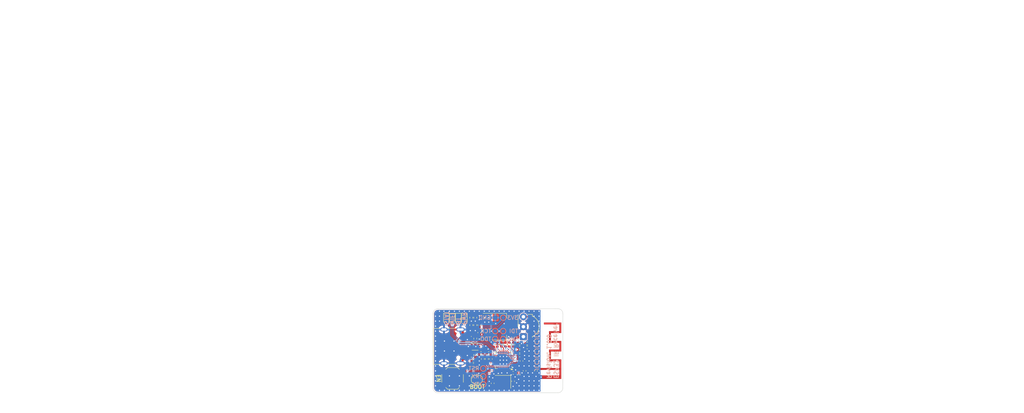
<source format=kicad_pcb>
(kicad_pcb (version 20240108) (generator "pcbnew") (generator_version "8.0")
  (title_block (title "ESP32 IR Receiver") (date "2024-04-19") (rev "1.0.0") (company "William Vallet") (comment 1 "MIT License"))
  (layers (0 "F.Cu" signal) (1 "In1.Cu" power) (2 "In2.Cu" power) (31 "B.Cu" signal) (34 "B.Paste" user) (35 "F.Paste" user) (36 "B.SilkS" user "B.Silkscreen") (37 "F.SilkS" user "F.Silkscreen") (38 "B.Mask" user) (39 "F.Mask" user) (44 "Edge.Cuts" user))
  (net 0 "")
  (net 1 "GND")
  (net 2 "Net-(U101-Vs)")
  (net 3 "VBUS")
  (net 4 "+3V3")
  (net 5 "Net-(D101-K)")
  (net 6 "Net-(D102-K)")
  (net 7 "Net-(D103-K)")
  (net 8 "Net-(D104-K)")
  (net 9 "/USB_IN_CC1")
  (net 10 "/USB_IN_CC2")
  (net 11 "/USB_IN_DP")
  (net 12 "/USB_IN_DN")
  (net 15 "Net-(AE101-FEED)")
  (net 16 "Net-(C105-Pad2)")
  (net 17 "/XTAL_P")
  (net 18 "/XTAL_N")
  (net 19 "/LNA_IN")
  (net 20 "/BOOT")
  (net 21 "/STATUS_WIFI")
  (net 22 "/STATUS_BLE")
  (net 23 "/STATUS")
  (net 24 "Net-(U105-GPIO2{slash}ADC1_CH2)")
  (net 25 "Net-(U105-GPIO8)")
  (net 26 "/TMS")
  (net 27 "/TDI")
  (net 28 "/TCK")
  (net 29 "/TDO")
  (net 30 "/IR_RX")
  (net 31 "/USB_DN")
  (net 32 "/USB_DP")
  (net 33 "/TX")
  (net 34 "/RX")
  (net 35 "/EN")
  (footprint "LED_SMD:LED_0603_1608Metric" (layer "F.Cu") (at 133.059357 97.025999 -90)
    (property "Reference" "D102" (hide yes))
    (property "Value" "Green" (hide yes))
  )
  (footprint "Package_TO_SOT_SMD:SOT-223" (layer "F.Cu") (at 144.981001 98.944999)
    (property "Reference" "U104" (hide yes))
    (property "Value" "AMS1117-3.3" (hide yes))
  )
  (footprint "LED_SMD:LED_0603_1608Metric" (layer "F.Cu") (at 136.116001 97.025999 -90)
    (property "Reference" "D101" (hide yes))
    (property "Value" "Red" (hide yes))
  )
  (footprint "Jumper:SolderJumper-2_P1.3mm_Open_RoundedPad1.0x1.5mm" (layer "F.Cu") (at 139.291001 112.392999 180)
    (property "Reference" "JP101" (hide yes))
    (property "Value" "SolderJumper_2_Open" (hide yes))
  )
  (footprint "Capacitor_SMD:C_0402_1005Metric" (layer "F.Cu") (at 149.959001 111.221999 90)
    (property "Reference" "C107" (hide yes))
    (property "Value" "1u" (hide yes))
  )
  (footprint "Capacitor_SMD:C_0402_1005Metric" (layer "F.Cu") (at 150.703003 107.691999 -90)
    (property "Reference" "C105" (hide yes))
    (property "Value" "100n" (hide yes))
  )
  (footprint "RF_Antenna:Texas_SWRA117D_2.4GHz_Left" (layer "F.Cu") (at 155.702 109.728 -90)
    (property "Reference" "AE101" (hide yes))
    (property "Value" "Antenna_Chip" (hide yes))
  )
  (footprint "Capacitor_SMD:C_0402_1005Metric" (layer "F.Cu") (at 143.340505 113.397999 90)
    (property "Reference" "C113" (hide yes))
    (property "Value" "12p" (hide yes))
  )
  (footprint "Capacitor_SMD:C_0402_1005Metric" (layer "F.Cu") (at 142.339001 105.661999 180)
    (property "Reference" "C121" (hide yes))
    (property "Value" "~" (hide yes))
  )
  (footprint "Resistor_SMD:R_0402_1005Metric" (layer "F.Cu") (at 144.536001 103.502999 -90)
    (property "Reference" "R108" (hide yes))
    (property "Value" "10k" (hide yes))
  )
  (footprint "LED_SMD:LED_0603_1608Metric" (layer "F.Cu") (at 134.592001 97.025999 -90)
    (property "Reference" "D103" (hide yes))
    (property "Value" "Green" (hide yes))
  )
  (footprint "OptoDevice:Vishay_MOLD-3Pin" (layer "F.Cu") (at 151.184001 101.494024 90)
    (property "Reference" "U101" (hide yes))
    (property "Value" "TSOP348xx" (hide yes))
  )
  (footprint "Crystal:Crystal_SMD_3225-4Pin_3.2x2.5mm" (layer "F.Cu") (at 145.964505 113.027999 180)
    (property "Reference" "Y101" (hide yes))
    (property "Value" "40MHz" (hide yes))
  )
  (footprint "Capacitor_SMD:C_0402_1005Metric" (layer "F.Cu") (at 148.547505 112.870999 -90)
    (property "Reference" "C112" (hide yes))
    (property "Value" "12p" (hide yes))
  )
  (footprint "Capacitor_SMD:C_0402_1005Metric" (layer "F.Cu") (at 150.223002 105.279)
    (property "Reference" "C103" (hide yes))
    (property "Value" "10u" (hide yes))
  )
  (footprint "Capacitor_SMD:C_0402_1005Metric" (layer "F.Cu") (at 138.430001 108.695999)
    (property "Reference" "C118" (hide yes))
    (property "Value" "100n" (hide yes))
  )
  (footprint "Capacitor_SMD:C_0402_1005Metric" (layer "F.Cu") (at 148.562001 110.741999)
    (property "Reference" "C106" (hide yes))
    (property "Value" "10n" (hide yes))
  )
  (footprint "Capacitor_SMD:C_0402_1005Metric" (layer "F.Cu") (at 150.223002 103.247)
    (property "Reference" "C101" (hide yes))
    (property "Value" "10u" (hide yes))
  )
  (footprint "LED_SMD:LED_0603_1608Metric" (layer "F.Cu") (at 131.544001 97.025999 -90)
    (property "Reference" "D104" (hide yes))
    (property "Value" "Green" (hide yes))
  )
  (footprint "Package_SON:Texas_DPY0002A_0.6x1mm_P0.65mm" (layer "F.Cu") (at 137.894001 105.915999 90)
    (property "Reference" "D106" (hide yes))
    (property "Value" "TPD1E05U06" (hide yes))
  )
  (footprint "Capacitor_SMD:C_0402_1005Metric" (layer "F.Cu") (at 140.363001 105.661999)
    (property "Reference" "C120" (hide yes))
    (property "Value" "~" (hide yes))
  )
  (footprint "Capacitor_SMD:C_0402_1005Metric" (layer "F.Cu") (at 151.483001 110.203999 -90)
    (property "Reference" "C114" (hide yes))
    (property "Value" "1.8p" (hide yes))
  )
  (footprint "Resistor_SMD:R_0402_1005Metric" (layer "F.Cu") (at 138.910001 101.978999 -90)
    (property "Reference" "R109" (hide yes))
    (property "Value" "5.1k" (hide yes))
  )
  (footprint "Capacitor_SMD:C_0402_1005Metric" (layer "F.Cu") (at 150.223003 106.294999 180)
    (property "Reference" "C104" (hide yes))
    (property "Value" "100n" (hide yes))
  )
  (footprint "Capacitor_SMD:C_0402_1005Metric" (layer "F.Cu") (at 145.552001 103.502999 -90)
    (property "Reference" "C109" (hide yes))
    (property "Value" "100n" (hide yes))
  )
  (footprint "Button_Switch_SMD:SW_Push_1P1T_XKB_TS-1187A" (layer "F.Cu") (at 133.116001 112.138999)
    (property "Reference" "SW101" (hide yes))
    (property "Value" "TS-1187A-B-A-B" (hide yes))
  )
  (footprint "Capacitor_SMD:C_0402_1005Metric" (layer "F.Cu") (at 139.926001 98.543024 90)
    (property "Reference" "C117" (hide yes))
    (property "Value" "10u" (hide yes))
  )
  (footprint "Capacitor_SMD:C_0402_1005Metric" (layer "F.Cu") (at 146.568001 103.502999 -90)
    (property "Reference" "C111" (hide yes))
    (property "Value" "1u" (hide yes))
  )
  (footprint "Capacitor_SMD:C_0402_1005Metric" (layer "F.Cu") (at 150.223003 104.262999 180)
    (property "Reference" "C102" (hide yes))
    (property "Value" "100n" (hide yes))
  )
  (footprint "Inductor_SMD:L_0402_1005Metric" (layer "F.Cu") (at 152.919842 109.723999)
    (property "Reference" "L102" (hide yes))
    (property "Value" "2.5n" (hide yes))
  )
  (footprint "Resistor_SMD:R_0402_1005Metric" (layer "F.Cu") (at 138.910001 106.155999 90)
    (property "Reference" "R110" (hide yes))
    (property "Value" "5.1k" (hide yes))
  )
  (footprint "Package_TO_SOT_SMD:SOT-666" (layer "F.Cu") (at 138.861974 104.040499)
    (property "Reference" "U103" (hide yes))
    (property "Value" "USBLC6-2P6" (hide yes))
  )
  (footprint "Resistor_SMD:R_0402_1005Metric" (layer "F.Cu") (at 141.859001 107.186 -90)
    (property "Reference" "R112" (hide yes))
    (property "Value" "0" (hide yes))
  )
  (footprint "Resistor_SMD:R_0402_1005Metric" (layer "F.Cu") (at 137.894001 96.643 90)
    (property "Reference" "R101" (hide yes))
    (property "Value" "200" (hide yes))
  )
  (footprint "Resistor_SMD:R_0402_1005Metric" (layer "F.Cu") (at 137.894001 98.549999 -90)
    (property "Reference" "R104" (hide yes))
    (property "Value" "22" (hide yes))
  )
  (footprint "Resistor_SMD:R_0402_1005Metric" (layer "F.Cu") (at 138.910001 98.549999 -90)
    (property "Reference" "R102" (hide yes))
    (property "Value" "22" (hide yes))
  )
  (footprint "Package_SON:Texas_DPY0002A_0.6x1mm_P0.65mm" (layer "F.Cu") (at 137.886974 102.232999 -90)
    (property "Reference" "D105" (hide yes))
    (property "Value" "TPD1E05U06" (hide yes))
  )
  (footprint "Resistor_SMD:R_0402_1005Metric" (layer "F.Cu") (at 138.910001 96.644999 90)
    (property "Reference" "R103" (hide yes))
    (property "Value" "22" (hide yes))
  )
  (footprint "Resistor_SMD:R_0402_1005Metric" (layer "F.Cu") (at 148.600001 103.502999 -90)
    (property "Reference" "R107" (hide yes))
    (property "Value" "10k" (hide yes))
  )
  (footprint "Resistor_SMD:R_0402_1005Metric" (layer "F.Cu") (at 152.156001 103.246999)
    (property "Reference" "R105" (hide yes))
    (property "Value" "200" (hide yes))
  )
  (footprint "Connector_USB:USB_C_Receptacle_G-Switch_GT-USB-7010ASV" (layer "F.Cu") (at 131.984001 103.979999 -90)
    (property "Reference" "J101" (hide yes))
    (property "Value" "GT-USB-7010ASV" (hide yes))
  )
  (footprint "Inductor_SMD:L_0402_1005Metric" (layer "F.Cu") (at 149.743001 107.691998 90)
    (property "Reference" "L101" (hide yes))
    (property "Value" "2n" (hide yes))
  )
  (footprint "Package_DFN_QFN:QFN-28-1EP_4x4mm_P0.4mm_EP2.6x2.6mm" (layer "F.Cu") (at 146.116501 107.509999 180)
    (property "Reference" "U105")
    (property "Value" "ESP8685" (hide yes))
  )
  (footprint "Capacitor_SMD:C_0402_1005Metric" (layer "F.Cu") (at 139.926001 100.454999 90)
    (property "Reference" "C116" (hide yes))
    (property "Value" "100n" (hide yes))
  )
  (footprint "Capacitor_SMD:C_0402_1005Metric" (layer "F.Cu") (at 142.875 107.186 -90)
    (property "Reference" "C108" (hide yes))
    (property "Value" "100n" (hide yes))
  )
  (footprint "Resistor_SMD:R_0402_1005Metric" (layer "F.Cu") (at 147.584001 103.502999 90)
    (property "Reference" "R106" (hide yes))
    (property "Value" "10k" (hide yes))
  )
  (footprint "Resistor_SMD:R_0402_1005Metric" (layer "F.Cu") (at 140.843 107.186 -90)
    (property "Reference" "R111" (hide yes))
    (property "Value" "0" (hide yes))
  )
  (footprint "Capacitor_SMD:C_0402_1005Metric" (layer "F.Cu") (at 154.356683 110.203999 -90)
    (property "Reference" "C115" (hide yes))
    (property "Value" "1.8p" (hide yes))
  )
  (footprint "Capacitor_SMD:C_0402_1005Metric" (layer "F.Cu") (at 138.430001 107.679999)
    (property "Reference" "C119" (hide yes))
    (property "Value" "100n" (hide yes))
  )
  (footprint "Capacitor_SMD:C_0402_1005Metric" (layer "F.Cu") (at 152.156001 104.262999)
    (property "Reference" "C110" (hide yes))
    (property "Value" "1u" (hide yes))
  )
  (footprint "TestPoint:TestPoint_Pad_D1.0mm" (layer "B.Cu") (at 140.942001 109.598999 180)
    (property "Reference" "TP107" (hide yes))
    (property "Value" "RST")
  )
  (footprint "TestPoint:TestPoint_Pad_D1.0mm" (layer "B.Cu") (at 143.990001 100.073999 180)
    (property "Reference" "TP105" (hide yes))
    (property "Value" "TCK")
  )
  (footprint "TestPoint:TestPoint_Pad_D1.0mm" (layer "B.Cu") (at 143.990001 102.105999 180)
    (property "Reference" "TP106" (hide yes))
    (property "Value" "TDO")
  )
  (footprint "TestPoint:TestPoint_Pad_D1.0mm" (layer "B.Cu") (at 140.942001 113.662999 180)
    (property "Reference" "TP108" (hide yes))
    (property "Value" "TX")
  )
  (footprint "TestPoint:TestPoint_Pad_D1.0mm" (layer "B.Cu") (at 140.942001 111.630999 180)
    (property "Reference" "TP109" (hide yes))
    (property "Value" "RX")
  )
  (footprint "TestPoint:TestPoint_Pad_D1.0mm" (layer "B.Cu") (at 146.022001 102.105999 180)
    (property "Reference" "TP103" (hide yes))
    (property "Value" "TMS")
  )
  (footprint "TestPoint:TestPoint_Pad_D1.0mm" (layer "B.Cu") (at 146.022001 100.073999 180)
    (property "Reference" "TP104" (hide yes))
    (property "Value" "TDI")
  )
  (footprint "TestPoint:TestPoint_Pad_D1.0mm" (layer "B.Cu") (at 146.047401 96.644999 180)
    (property "Reference" "TP101" (hide yes))
    (property "Value" "3V3")
  )
  (footprint "TestPoint:TestPoint_Pad_1.0x1.0mm" (layer "B.Cu") (at 144.015401 96.644999 180)
    (property "Reference" "TP102" (hide yes))
    (property "Value" "GND")
  )
  (gr_line (start 128.124052 114.542969) (end 128.124027 95.638025) (stroke (width 0.1)) (layer "Edge.Cuts"))
  (gr_arc (start 161.252975 114.542973) (mid 160.881001 115.440999) (end 159.982975 115.812973) (stroke (width 0.1)) (layer "Edge.Cuts"))
  (gr_arc (start 159.992001 94.358999) (mid 160.890035 94.730972) (end 161.262001 95.628999) (stroke (width 0.1)) (layer "Edge.Cuts"))
  (gr_arc (start 128.124027 95.638025) (mid 128.495992 94.739983) (end 129.394027 94.368025) (stroke (width 0.1)) (layer "Edge.Cuts"))
  (gr_line (start 161.262001 95.628999) (end 161.252975 114.542973) (stroke (width 0.1)) (layer "Edge.Cuts"))
  (gr_line (start 129.394027 94.368025) (end 159.992001 94.358999) (stroke (width 0.1)) (layer "Edge.Cuts"))
  (gr_line (start 159.982975 115.812973) (end 129.394052 115.812969) (stroke (width 0.1)) (layer "Edge.Cuts"))
  (gr_arc (start 129.394052 115.812969) (mid 128.495972 115.441028) (end 128.124052 114.542969) (stroke (width 0.1)) (layer "Edge.Cuts"))
  (gr_text "ESP32 IR Receiver\nRevision: 1.0.0" (at 157.071001 112.265999 270) (layer "B.SilkS") (effects (font (size 1.1 1) (thickness 0.2) (bold yes)) (justify left bottom mirror)))
  (gr_text "STAT" (at 131.544001 96.708522 270) (layer "B.SilkS") (effects (font (size 1.1 1) (thickness 0.2) (bold yes)) (justify mirror)))
  (gr_text "JLCJLCJLCJLC" (at 153.972201 110.386399 -90) (layer "B.SilkS") (effects (font (size 1 1) (thickness 0.153)) (justify left bottom mirror)))
  (segment (start 142.981 106.6) (end 142.875 106.706) (width 0.127) (layer "F.Cu") (net 1))
  (segment (start 137.274725 99.946999) (end 137.640001 99.946999) (width 0.381) (layer "F.Cu") (net 1))
  (segment (start 135.709001 107.179999) (end 135.709001 107.699999) (width 0.381) (layer "F.Cu") (net 1))
  (segment (start 136.441725 100.779999) (end 137.274725 99.946999) (width 0.381) (layer "F.Cu") (net 1))
  (segment (start 135.709001 100.779999) (end 136.441725 100.779999) (width 0.381) (layer "F.Cu") (net 1))
  (segment (start 135.709001 107.699999) (end 135.109001 108.299999) (width 0.381) (layer "F.Cu") (net 1))
  (via (at 142.339001 97.787999) (size 0.4) (drill 0.3) (layers "F.Cu" "B.Cu") (net 1))
  (via (at 137.386001 114.043999) (size 0.4) (drill 0.3) (layers "F.Cu" "B.Cu") (net 1))
  (via (at 155.166001 112.773999) (size 0.4) (drill 0.3) (layers "F.Cu" "B.Cu") (net 1))
  (via (at 141.196001 115.186999) (size 0.4) (drill 0.3) (layers "F.Cu" "B.Cu") (net 1))
  (via (at 153.896001 101.343999) (size 0.4) (drill 0.3) (layers "F.Cu" "B.Cu") (net 1))
  (via (at 152.626001 108.963999) (size 0.4) (drill 0.3) (layers "F.Cu" "B.Cu") (net 1))
  (via (at 145.260001 106.548999) (size 0.4) (drill 0.3) (layers "F.Cu" "B.Cu") (net 1))
  (via (at 146.085501 107.501499) (size 0.4) (drill 0.3) (layers "F.Cu" "B.Cu") (net 1))
  (via (at 153.896001 105.153999) (size 0.4) (drill 0.3) (layers "F.Cu" "B.Cu") (net 1))
  (via (at 146.085501 106.548999) (size 0.4) (drill 0.3) (layers "F.Cu" "B.Cu") (net 1))
  (via (at 145.006001 94.993999) (size 0.4) (drill 0.3) (layers "F.Cu" "B.Cu") (net 1))
  (via (at 137.386001 94.993999) (size 0.4) (drill 0.3) (layers "F.Cu" "B.Cu") (net 1))
  (via (at 137.894001 97.533999) (size 0.4) (drill 0.3) (layers "F.Cu" "B.Cu") (net 1))
  (via (at 128.750001 110.233999) (size 0.4) (drill 0.3) (layers "F.Cu" "B.Cu") (net 1))
  (via (at 132.306001 111.503999) (size 0.4) (drill 0.3) (layers "F.Cu" "B.Cu") (net 1))
  (via (at 128.750001 111.503999) (size 0.4) (drill 0.3) (layers "F.Cu" "B.Cu") (net 1))
  (via (at 149.451001 113.281999) (size 0.4) (drill 0.3) (layers "F.Cu" "B.Cu") (net 1))
  (via (at 155.166001 94.993999) (size 0.4) (drill 0.3) (layers "F.Cu" "B.Cu") (net 1))
  (via (at 138.910001 97.533999) (size 0.4) (drill 0.3) (layers "F.Cu" "B.Cu") (net 1))
  (via (at 154.404001 111.630999) (size 0.4) (drill 0.3) (layers "F.Cu" "B.Cu") (net 1))
  (via (at 137.640001 99.946999) (size 0.4) (drill 0.3) (layers "F.Cu" "B.Cu") (net 1))
  (via (at 142.466001 114.043999) (size 0.4) (drill 0.3) (layers "F.Cu" "B.Cu") (net 1))
  (via (at 144.78 110.871) (size 0.4) (drill 0.3) (layers "F.Cu" "B.Cu") (net 1))
  (via (at 146.276001 98.168999) (size 0.4) (drill 0.3) (layers "F.Cu" "B.Cu") (net 1))
  (via (at 129.766001 96.263999) (size 0.4) (drill 0.3) (layers "F.Cu" "B.Cu") (net 1))
  (via (at 150.086001 108.963999) (size 0.4) (drill 0.3) (layers "F.Cu" "B.Cu") (net 1))
  (via (at 155.166001 97.533999) (size 0.4) (drill 0.3) (layers "F.Cu" "B.Cu") (net 1))
  (via (at 155.166001 105.153999) (size 0.4) (drill 0.3) (layers "F.Cu" "B.Cu") (net 1))
  (via (at 128.750001 100.073999) (size 0.4) (drill 0.3) (layers "F.Cu" "B.Cu") (net 1))
  (via (at 138.656001 115.186999) (size 0.4) (drill 0.3) (layers "F.Cu" "B.Cu") (net 1))
  (via (at 141.323001 97.787999) (size 0.4) (drill 0.3) (layers "F.Cu" "B.Cu") (net 1))
  (via (at 153.896001 108.963999) (size 0.4) (drill 0.3) (layers "F.Cu" "B.Cu") (net 1))
  (via (at 139.037001 104.010999) (size 0.4) (drill 0.3) (layers "F.Cu" "B.Cu") (net 1))
  (via (at 153.896001 114.043999) (size 0.4) (drill 0.3) (layers "F.Cu" "B.Cu") (net 1))
  (via (at 148.816001 115.186999) (size 0.4) (drill 0.3) (layers "F.Cu" "B.Cu") (net 1))
  (via (at 147.419001 101.470999) (size 0.4) (drill 0.3) (layers "F.Cu" "B.Cu") (net 1))
  (via (at 129.766001 97.533999) (size 0.4) (drill 0.3) (layers "F.Cu" "B.Cu") (net 1))
  (via (at 142.1892 104.648) (size 0.4) (drill 0.3) (layers "F.Cu" "B.Cu") (net 1))
  (via (at 142.466001 94.993999) (size 0.4) (drill 0.3) (layers "F.Cu" "B.Cu") (net 1))
  (via (at 155.166001 108.963999) (size 0.4) (drill 0.3) (layers "F.Cu" "B.Cu") (net 1))
  (via (at 134.846001 115.186999) (size 0.4) (drill 0.3) (layers "F.Cu" "B.Cu") (net 1))
  (via (at 155.166001 110.741999) (size 0.4) (drill 0.3) (layers "F.Cu" "B.Cu") (net 1))
  (via (at 145.641001 110.744) (size 0.4) (drill 0.3) (layers "F.Cu" "B.Cu") (net 1))
  (via (at 142.974001 102.867999) (size 0.4) (drill 0.3) (layers "F.Cu" "B.Cu") (net 1))
  (via (at 150.848001 110.741999) (size 0.4) (drill 0.3) (layers "F.Cu" "B.Cu") (net 1))
  (via (at 137.386001 115.186999) (size 0.4) (drill 0.3) (layers "F.Cu" "B.Cu") (net 1))
  (via (at 128.750001 107.693999) (size 0.4) (drill 0.3) (layers "F.Cu" "B.Cu") (net 1))
  (via (at 128.750001 98.803999) (size 0.4) (drill 0.3) (layers "F.Cu" "B.Cu") (net 1))
  (via (at 146.911001 106.548999) (size 0.4) (drill 0.3) (layers "F.Cu" "B.Cu") (net 1))
  (via (at 138.656001 94.993999) (size 0.4) (drill 0.3) (layers "F.Cu" "B.Cu") (net 1))
  (via (at 149.070001 111.757999) (size 0.4) (drill 0.3) (layers "F.Cu" "B.Cu") (net 1))
  (via (at 152.626001 115.186999) (size 0.4) (drill 0.3) (layers "F.Cu" "B.Cu") (net 1))
  (via (at 148.816001 94.993999) (size 0.4) (drill 0.3) (layers "F.Cu" "B.Cu") (net 1))
  (via (at 138.910001 99.946999) (size 0.4) (drill 0.3) (layers "F.Cu" "B.Cu") (net 1))
  (via (at 151.229001 104.264999) (size 0.4) (drill 0.3) (layers "F.Cu" "B.Cu") (net 1))
  (via (at 147.546001 115.186999) (size 0.4) (drill 0.3) (layers "F.Cu" "B.Cu") (net 1))
  (via (at 153.515001 110.741999) (size 0.4) (drill 0.3) (layers "F.Cu" "B.Cu") (net 1))
  (via (at 134.846001 94.993999) (size 0.4) (drill 0.3) (layers "F.Cu" "B.Cu") (net 1))
  (via (at 152.626001 107.693999) (size 0.4) (drill 0.3) (layers "F.Cu" "B.Cu") (net 1))
  (via (at 145.260001 107.501499) (size 0.4) (drill 0.3) (layers "F.Cu" "B.Cu") (net 1))
  (via (at 151.356001 115.186999) (size 0.4) (drill 0.3) (layers "F.Cu" "B.Cu") (net 1))
  (via (at 128.750001 103.883999) (size 0.4) (drill 0.3) (layers "F.Cu" "B.Cu") (net 1))
  (via (at 131.036001 105.153999) (size 0.4) (drill 0.3) (layers "F.Cu" "B.Cu") (net 1))
  (via (at 151.356001 114.043999) (size 0.4) (drill 0.3) (layers "F.Cu" "B.Cu") (net 1))
  (via (at 155.166001 103.883999) (size 0.4) (drill 0.3) (layers "F.Cu" "B.Cu") (net 1))
  (via (at 151.483001 105.280999) (size 0.4) (drill 0.3) (layers "F.Cu" "B.Cu") (net 1))
  (via (at 129.766001 115.186999) (size 0.4) (drill 0.3) (layers "F.Cu" "B.Cu") (net 1))
  (via (at 142.339001 96.644999) (size 0.4) (drill 0.3) (layers "F.Cu" "B.Cu") (net 1))
  (via (at 150.703002 103.247) (size 0.4) (drill 0.3) (layers "F.Cu" "B.Cu") (net 1))
  (via (at 146.911001 108.453999) (size 0.4) (drill 0.3) (layers "F.Cu" "B.Cu") (net 1))
  (via (at 128.750001 102.613999) (size 0.4) (drill 0.3) (layers "F.Cu" "B.Cu") (net 1))
  (via (at 143.355001 112.011999) (size 0.4) (drill 0.3) (layers "F.Cu" "B.Cu") (net 1))
  (via (at 139.926001 108.709999) (size 0.4) (drill 0.3) (layers "F.Cu" "B.Cu") (net 1))
  (via (at 128.750001 112.773999) (size 0.4) (drill 0.3) (layers "F.Cu" "B.Cu") (net 1))
  (via (at 153.896001 94.993999) (size 0.4) (drill 0.3) (layers "F.Cu" "B.Cu") (net 1))
  (via (at 128.750001 97.533999) (size 0.4) (drill 0.3) (layers "F.Cu" "B.Cu") (net 1))
  (via (at 139.926001 94.993999) (size 0.4) (drill 0.3) (layers "F.Cu" "B.Cu") (net 1))
  (via (at 147.038001 110.741999) (size 0.4) (drill 0.3) (layers "F.Cu" "B.Cu") (net 1))
  (via (at 145.006001 115.185971) (size 0.4) (drill 0.3) (layers "F.Cu" "B.Cu") (net 1))
  (via (at 153.896001 98.803999) (size 0.4) (drill 0.3) (layers "F.Cu" "B.Cu") (net 1))
  (via (at 143.736001 94.993999) (size 0.4) (drill 0.3) (layers "F.Cu" "B.Cu") (net 1))
  (via (at 139.926001 106.677999) (size 0.4) (drill 0.3) (layers "F.Cu" "B.Cu") (net 1))
  (via (at 150.086001 114.043999) (size 0.4) (drill 0.3) (layers "F.Cu" "B.Cu") (net 1))
  (via (at 131.036001 102.613999) (size 0.4) (drill 0.3) (layers "F.Cu" "B.Cu") (net 1))
  (via (at 152.626001 94.993999) (size 0.4) (drill 0.3) (layers "F.Cu" "B.Cu") (net 1))
  (via (at 155.166001 101.343999) (size 0.4) (drill 0.3) (layers "F.Cu" "B.Cu") (net 1))
  (via (at 136.878001 106.296999) (size 0.4) (drill 0.3) (layers "F.Cu" "B.Cu") (net 1))
  (via (at 145.260001 108.453999) (size 0.4) (drill 0.3) (layers "F.Cu" "B.Cu") (net 1))
  (via (at 152.626001 114.043999) (size 0.4) (drill 0.3) (layers "F.Cu" "B.Cu") (net 1))
  (via (at 128.750001 114.043999) (size 0.4) (drill 0.3) (layers "F.Cu" "B.Cu") (net 1))
  (via (at 155.166001 100.073999) (size 0.4) (drill 0.3) (layers "F.Cu" "B.Cu") (net 1))
  (via (at 141.196001 94.993999) (size 0.4) (drill 0.3) (layers "F.Cu" "B.Cu") (net 1))
  (via (at 137.132001 104.010999) (size 0.4) (drill 0.3) (layers "F.Cu" "B.Cu") (net 1))
  (via (at 133.576001 115.186999) (size 0.4) (drill 0.3) (layers "F.Cu" "B.Cu") (net 1))
  (via (at 153.896001 106.423999) (size 0.4) (drill 0.3) (layers "F.Cu" "B.Cu") (net 1))
  (via (at 139.799001 110.868999) (size 0.4) (drill 0.3) (layers "F.Cu" "B.Cu") (net 1))
  (via (at 155.166001 107.693999) (size 0.4) (drill 0.3) (layers "F.Cu" "B.Cu") (net 1))
  (via (at 139.926001 96.136999) (size 0.4) (drill 0.3) (layers "F.Cu" "B.Cu") (net 1))
  (via (at 151.356001 94.993999) (size 0.4) (drill 0.3) (layers "F.Cu" "B.Cu") (net 1))
  (via (at 133.576001 94.993999) (size 0.4) (drill 0.3) (layers "F.Cu" "B.Cu") (net 1))
  (via (at 146.911001 107.501499) (size 0.4) (drill 0.3) (layers "F.Cu" "B.Cu") (net 1))
  (via (at 139.926001 97.152999) (size 0.4) (drill 0.3) (layers "F.Cu" "B.Cu") (net 1))
  (via (at 152.626001 112.773999) (size 0.4) (drill 0.3) (layers "F.Cu" "B.Cu") (net 1))
  (via (at 128.750001 106.423999) (size 0.4) (drill 0.3) (layers "F.Cu" "B.Cu") (net 1))
  (via (at 153.896001 100.073999) (size 0.4) (drill 0.3) (layers "F.Cu" "B.Cu") (net 1))
  (via (at 139.926001 115.186999) (size 0.4) (drill 0.3) (layers "F.Cu" "B.Cu") (net 1))
  (via (at 155.166001 96.263999) (size 0.4) (drill 0.3) (layers "F.Cu" "B.Cu") (net 1))
  (via (at 128.750001 101.343999) (size 0.4) (drill 0.3) (layers "F.Cu" "B.Cu") (net 1))
  (via (at 136.116001 115.186999) (size 0.4) (drill 0.3) (layers "F.Cu" "B.Cu") (net 1))
  (via (at 153.896001 96.263999) (size 0.4) (drill 0.3) (layers "F.Cu" "B.Cu") (net 1))
  (via (at 150.086001 115.186999) (size 0.4) (drill 0.3) (layers "F.Cu" "B.Cu") (net 1))
  (via (at 142.466001 115.186999) (size 0.4) (drill 0.3) (layers "F.Cu" "B.Cu") (net 1))
  (via (at 149.959001 112.392999) (size 0.4) (drill 0.3) (layers "F.Cu" "B.Cu") (net 1))
  (via (at 137.386001 111.503999) (size 0.4) (drill 0.3) (layers "F.Cu" "B.Cu") (net 1))
  (via (at 139.926001 102.105999) (size 0.4) (drill 0.3) (layers "F.Cu" "B.Cu") (net 1))
  (via (at 155.166001 102.613999) (size 0.4) (drill 0.3) (layers "F.Cu" "B.Cu") (net 1))
  (via (at 141.577001 103.883999) (size 0.4) (drill 0.3) (layers "F.Cu" "B.Cu") (net 1))
  (via (at 153.896001 112.773999) (size 0.4) (drill 0.3) (layers "F.Cu" "B.Cu") (net 1))
  (via (at 143.736001 115.186999) (size 0.4) (drill 0.3) (layers "F.Cu" "B.Cu") (net 1))
  (via (at 152.372001 110.741999) (size 0.4) (drill 0.3) (layers "F.Cu" "B.Cu") (net 1))
  (via (at 140.589 100.073999) (size 0.4) (drill 0.3) (layers "F.Cu" "B.Cu") (net 1))
  (via (at 139.926001 107.693999) (size 0.4) (drill 0.3) (layers "F.Cu" "B.Cu") (net 1))
  (via (at 131.036001 115.186999) (size 0.4) (drill 0.3) (layers "F.Cu" "B.Cu") (net 1))
  (via (at 152.626001 105.153999) (size 0.4) (drill 0.3) (layers "F.Cu" "B.Cu") (net 1))
  (via (at 148.054001 111.249999) (size 0.4) (drill 0.3) (layers "F.Cu" "B.Cu") (net 1))
  (via (at 146.276001 94.993999) (size 0.4) (drill 0.3) (layers "F.Cu" "B.Cu") (net 1))
  (via (at 136.116001 94.993999) (size 0.4) (drill 0.3) (layers "F.Cu" "B.Cu") (net 1))
  (via (at 153.896001 102.613999) (size 0.4) (drill 0.3) (layers "F.Cu" "B.Cu") (net 1))
  (via (at 133.477 105.156) (size 0.4) (drill 0.3) (layers "F.Cu" "B.Cu") (net 1))
  (via (at 151.483001 106.296999) (size 0.4) (drill 0.3) (layers "F.Cu" "B.Cu") (net 1))
  (via (at 142.494 111.76) (size 0.4) (drill 0.3) (layers "F.Cu" "B.Cu") (net 1))
  (via (at 128.750001 96.263999) (size 0.4) (drill 0.3) (layers "F.Cu" "B.Cu") (net 1))
  (via (at 148.463 109.347) (size 0.4) (drill 0.3) (layers "F.Cu" "B.Cu") (net 1))
  (via (at 151.356001 111.630999) (size 0.4) (drill 0.3) (layers "F.Cu" "B.Cu") (net 1))
  (via (at 142.466001 112.900999) (size 0.4) (drill 0.3) (layers "F.Cu" "B.Cu") (net 1))
  (via (at 132.306001 94.993999) (size 0.4) (drill 0.3) (layers "F.Cu" "B.Cu") (net 1))
  (via (at 142.113 109.728) (size 0.4) (drill 0.3) (layers "F.Cu" "B.Cu") (net 1))
  (via (at 133.477 102.616) (size 0.4) (drill 0.3) (layers "F.Cu" "B.Cu") (net 1))
  (via (at 132.306001 115.186999) (size 0.4) (drill 0.3) (layers "F.Cu" "B.Cu") (net 1))
  (via (at 153.896001 103.883999) (size 0.4) (drill 0.3) (layers "F.Cu" "B.Cu") (net 1))
  (via (at 153.896001 115.186999) (size 0.4) (drill 0.3) (layers "F.Cu" "B.Cu") (net 1))
  (via (at 153.896001 97.533999) (size 0.4) (drill 0.3) (layers "F.Cu" "B.Cu") (net 1))
  (via (at 141.323001 96.644999) (size 0.4) (drill 0.3) (layers "F.Cu" "B.Cu") (net 1))
  (via (at 146.276001 115.185971) (size 0.4) (drill 0.3) (layers "F.Cu" "B.Cu") (net 1))
  (via (at 151.483001 107.185999) (size 0.4) (drill 0.3) (layers "F.Cu" "B.Cu") (net 1))
  (via (at 148.562001 114.170999) (size 0.4) (drill 0.3) (layers "F.Cu" "B.Cu") (net 1))
  (via (at 134.846001 114.043999) (size 0.4) (drill 0.3) (layers "F.Cu" "B.Cu") (net 1))
  (via (at 145.006001 100.073999) (size 0.4) (drill 0.3) (layers "F.Cu" "B.Cu") (net 1))
  (via (at 155.166001 98.803999) (size 0.4) (drill 0.3) (layers "F.Cu" "B.Cu") (net 1))
  (via (at 128.750001 105.153999) (size 0.4) (drill 0.3) (layers "F.Cu" "B.Cu") (net 1))
  (via (at 152.626001 111.630999) (size 0.4) (drill 0.3) (layers "F.Cu" "B.Cu") (net 1))
  (via (at 152.626001 106.423999) (size 0.4) (drill 0.3) (layers "F.Cu" "B.Cu") (net 1))
  (via (at 143.002 100.076) (size 0.4) (drill 0.3) (layers "F.Cu" "B.Cu") (net 1))
  (via (at 150.086001 94.993999) (size 0.4) (drill 0.3) (layers "F.Cu" "B.Cu") (net 1))
  (via (at 147.546001 94.993999) (size 0.4) (drill 0.3) (layers "F.Cu" "B.Cu") (net 1))
  (via (at 151.356001 108.963999) (size 0.4) (drill 0.3) (layers "F.Cu" "B.Cu") (net 1))
  (via (at 136.878001 102.232999) (size 0.4) (drill 0.3) (layers "F.Cu" "B.Cu") (net 1))
  (via (at 153.896001 107.693999) (size 0.4) (drill 0.3) (layers "F.Cu" "B.Cu") (net 1))
  (via (at 151.356001 112.773999) (size 0.4) (drill 0.3) (layers "F.Cu" "B.Cu") (net 1))
  (via (at 149.197001 109.979999) (size 0.4) (drill 0.3) (layers "F.Cu" "B.Cu") (net 1))
  (via (at 132.306001 114.043999) (size 0.4) (drill 0.3) (layers "F.Cu" "B.Cu") (net 1))
  (via (at 155.166001 106.423999) (size 0.4) (drill 0.3) (layers "F.Cu" "B.Cu") (net 1))
  (via (at 146.085501 108.453999) (size 0.4) (drill 0.3) (layers "F.Cu" "B.Cu") (net 1))
  (via (at 155.166001 115.186999) (size 0.4) (drill 0.3) (layers "F.Cu" "B.Cu") (net 1))
  (via (at 130.909001 94.993999) (size 0.4) (drill 0.3) (layers "F.Cu" "B.Cu") (net 1))
  (via (at 134.846001 111.503999) (size 0.4) (drill 0.3) (layers "F.Cu" "B.Cu") (net 1))
  (via (at 129.766001 94.993999) (size 0.4) (drill 0.3) (layers "F.Cu" "B.Cu") (net 1))
  (via (at 143.637 110.998) (size 0.4) (drill 0.3) (layers "F.Cu" "B.Cu") (net 1))
  (via (at 155.166001 114.043999) (size 0.4) (drill 0.3) (layers "F.Cu" "B.Cu") (net 1))
  (via (at 128.750001 108.963999) (size 0.4) (drill 0.3) (layers "F.Cu" "B.Cu") (net 1))
  (via (at 144.117001 98.168999) (size 0.4) (drill 0.3) (layers "F.Cu" "B.Cu") (net 1))
  (segment (start 152.636001 104.262999) (end 152.636001 103.276999) (width 0.254) (layer "F.Cu") (net 2))
  (segment (start 152.666001 103.246999) (end 153.162 102.751) (width 0.254) (layer "F.Cu") (net 2))
  (segment (start 153.162 97.2312) (end 152.344824 96.414024) (width 0.254) (layer "F.Cu") (net 2))
  (segment (start 152.344824 96.414024) (end 151.184001 96.414024) (width 0.254) (layer "F.Cu") (net 2))
  (segment (start 152.636001 103.276999) (end 152.666001 103.246999) (width 0.127) (layer "F.Cu") (net 2))
  (segment (start 153.162 102.751) (end 153.162 97.2312) (width 0.254) (layer "F.Cu") (net 2))
  (segment (start 139.786974 104.040499) (end 140.277501 104.040499) (width 0.254) (layer "F.Cu") (net 3))
  (segment (start 135.709001 106.379999) (end 135.129963 106.379999) (width 0.3) (layer "F.Cu") (net 3))
  (segment (start 140.277501 104.040499) (end 140.307001 104.010999) (width 0.254) (layer "F.Cu") (net 3))
  (segment (start 134.239 102.489) (end 135.148001 101.579999) (width 0.3) (layer "F.Cu") (net 3))
  (segment (start 140.561001 100.934999) (end 141.521001 100.934999) (width 0.6) (layer "F.Cu") (net 3))
  (segment (start 136.515001 101.579999) (end 135.709001 101.579999) (width 0.6) (layer "F.Cu") (net 3))
  (segment (start 137.386001 100.708999) (end 136.515001 101.579999) (width 0.6) (layer "F.Cu") (net 3))
  (segment (start 139.700001 100.708999) (end 137.386001 100.708999) (width 0.6) (layer "F.Cu") (net 3))
  (segment (start 134.239 105.489036) (end 134.239 102.489) (width 0.3) (layer "F.Cu") (net 3))
  (segment (start 135.148001 101.579999) (end 135.709001 101.579999) (width 0.3) (layer "F.Cu") (net 3))
  (segment (start 135.129963 106.379999) (end 134.239 105.489036) (width 0.3) (layer "F.Cu") (net 3))
  (segment (start 141.521001 100.934999) (end 141.831001 101.244999) (width 0.6) (layer "F.Cu") (net 3))
  (segment (start 139.926001 100.934999) (end 139.700001 100.708999) (width 0.6) (layer "F.Cu") (net 3))
  (segment (start 139.926001 100.934999) (end 140.561001 100.934999) (width 0.6) (layer "F.Cu") (net 3))
  (via (at 140.561001 100.934999) (size 0.4) (drill 0.3) (layers "F.Cu" "B.Cu") (net 3))
  (via (at 140.307001 104.010999) (size 0.4) (drill 0.3) (layers "F.Cu" "B.Cu") (net 3))
  (segment (start 149.743003 104.262999) (end 149.743002 103.247) (width 0.508) (layer "F.Cu") (net 4))
  (segment (start 147.990501 102.232999) (end 148.054001 102.232999) (width 0.2) (layer "F.Cu") (net 4))
  (segment (start 140.526026 99.023024) (end 139.926001 99.023024) (width 0.6) (layer "F.Cu") (net 4))
  (segment (start 149.743002 104.938) (end 149.743002 104.263) (width 0.508) (layer "F.Cu") (net 4))
  (segment (start 146.916501 109.447499) (end 147.316502 109.447499) (width 0.254) (layer "F.Cu") (net 4))
  (segment (start 149.959001 110.741999) (end 149.870001 110.652999) (width 0.2) (layer "F.Cu") (net 4))
  (segment (start 148.600001 102.651999) (end 148.181001 102.232999) (width 0.2) (layer "F.Cu") (net 4))
  (segment (start 144.371001 103.502999) (end 144.536001 103.337999) (width 0.2) (layer "F.Cu") (net 4))
  (segment (start 147.584001 102.992999) (end 147.584001 102.639499) (width 0.2) (layer "F.Cu") (net 4))
  (segment (start 145.552001 103.982999) (end 145.072001 103.502999) (width 0.2) (layer "F.Cu") (net 4))
  (segment (start 142.875 108.301) (end 142.847001 108.328999) (width 0.127) (layer "F.Cu") (net 4))
  (segment (start 147.584001 102.639499) (end 147.990501 102.232999) (width 0.2) (layer "F.Cu") (net 4))
  (segment (start 149.743002 102.525) (end 149.705001 102.486999) (width 0.508) (layer "F.Cu") (net 4))
  (segment (start 148.181001 102.232999) (end 148.054001 102.232999) (width 0.2) (layer "F.Cu") (net 4))
  (segment (start 151.646001 103.081201) (end 151.4348 102.87) (width 0.254) (layer "F.Cu") (net 4))
  (segment (start 145.072001 103.502999) (end 144.701001 103.502999) (width 0.2) (layer "F.Cu") (net 4))
  (segment (start 147.316502 109.447499) (end 147.747501 109.447499) (width 0.254) (layer "F.Cu") (net 4))
  (segment (start 144.536001 103.337999) (end 144.536001 102.992999) (width 0.2) (layer "F.Cu") (net 4))
  (segment (start 149.578001 104.772999) (end 149.743002 104.938) (width 0.381) (layer "F.Cu") (net 4))
  (segment (start 142.875 107.666) (end 143.431001 107.109999) (width 0.2) (layer "F.Cu") (net 4))
  (segment (start 136.116001 97.813499) (end 136.116001 98.51833) (width 0.127) (layer "F.Cu") (net 4))
  (segment (start 149.743002 103.247) (end 149.743002 102.525) (width 0.508) (layer "F.Cu") (net 4))
  (segment (start 149.743001 107.206998) (end 149.743001 106.295001) (width 0.381) (layer "F.Cu") (net 4))
  (segment (start 141.752976 99.023024) (end 141.831001 98.944999) (width 0.127) (layer "F.Cu") (net 4))
  (segment (start 144.701001 103.502999) (end 144.536001 103.337999) (width 0.2) (layer "F.Cu") (net 4))
  (segment (start 146.116501 104.409701) (end 146.116501 105.5725) (width 0.2) (layer "F.Cu") (net 4))
  (segment (start 140.526026 99.023024) (end 141.752976 99.023024) (width 0.6) (layer "F.Cu") (net 4))
  (segment (start 142.875 107.666) (end 142.875 108.301) (width 0.2) (layer "F.Cu") (net 4))
  (segment (start 147.747501 109.447499) (end 149.042001 110.741999) (width 0.254) (layer "F.Cu") (net 4))
  (segment (start 149.741001 110.741999) (end 149.870001 110.612999) (width 0.254) (layer "F.Cu") (net 4))
  (segment (start 148.600001 102.992999) (end 148.600001 102.651999) (width 0.2) (layer "F.Cu") (net 4))
  (segment (start 149.743003 106.294999) (end 149.743002 105.279) (width 0.381) (layer "F.Cu") (net 4))
  (segment (start 149.743002 104.938) (end 149.743002 105.279) (width 0.508) (layer "F.Cu") (net 4))
  (segment (start 149.042001 110.741999) (end 149.741001 110.741999) (width 0.254) (layer "F.Cu") (net 4))
  (segment (start 145.552001 103.982999) (end 145.689799 103.982999) (width 0.2) (layer "F.Cu") (net 4))
  (segment (start 143.863001 103.502999) (end 144.371001 103.502999) (width 0.2) (layer "F.Cu") (net 4))
  (segment (start 149.743001 106.295001) (end 149.743003 106.294999) (width 0.127) (layer "F.Cu") (net 4))
  (segment (start 145.689799 103.982999) (end 146.116501 104.409701) (width 0.2) (layer "F.Cu") (net 4))
  (segment (start 151.646001 103.246999) (end 151.646001 103.081201) (width 0.254) (layer "F.Cu") (net 4))
  (segment (start 149.870001 110.652999) (end 149.870001 110.612999) (width 0.2) (layer "F.Cu") (net 4))
  (segment (start 136.116001 98.51833) (end 136.124645 98.526974) (width 0.127) (layer "F.Cu") (net 4))
  (segment (start 149.743002 104.263) (end 149.743003 104.262999) (width 0.508) (layer "F.Cu") (net 4))
  (segment (start 143.431001 107.109999) (end 144.179001 107.109999) (width 0.2) (layer "F.Cu") (net 4))
  (via (at 143.863001 103.502999) (size 0.4) (drill 0.3) (layers "F.Cu" "B.Cu") (net 4))
  (via (at 136.124645 98.526974) (size 0.4) (drill 0.3) (layers "F.Cu" "B.Cu") (net 4))
  (via (at 149.959001 110.741999) (size 0.4) (drill 0.3) (layers "F.Cu" "B.Cu") (net 4))
  (via (at 148.054001 102.232999) (size 0.4) (drill 0.3) (layers "F.Cu" "B.Cu") (net 4))
  (via (at 151.4348 102.87) (size 0.4) (drill 0.3) (layers "F.Cu" "B.Cu") (net 4))
  (via (at 149.578001 104.772999) (size 0.5) (drill 0.4) (layers "F.Cu" "B.Cu") (net 4))
  (via (at 140.526026 99.023024) (size 0.7) (drill 0.6) (layers "F.Cu" "B.Cu") (net 4))
  (via (at 142.847001 108.328999) (size 0.4) (drill 0.3) (layers "F.Cu" "B.Cu") (net 4))
  (via (at 149.705001 102.486999) (size 0.7) (drill 0.6) (layers "F.Cu" "B.Cu") (net 4))
  (segment (start 146.047401 97.508599) (end 144.532976 99.023024) (width 0.254) (layer "B.Cu") (net 4))
  (segment (start 146.047401 96.644999) (end 146.047401 97.508599) (width 0.254) (layer "B.Cu") (net 4))
  (segment (start 144.532976 99.023024) (end 140.526026 99.023024) (width 0.254) (layer "B.Cu") (net 4))
  (segment (start 136.221498 96.133001) (end 136.116001 96.238498) (width 0.127) (layer "F.Cu") (net 5))
  (segment (start 137.894001 96.133001) (end 136.221498 96.133001) (width 0.127) (layer "F.Cu") (net 5))
  (segment (start 137.132001 98.258787) (end 137.472712 98.599498) (width 0.127) (layer "F.Cu") (net 6))
  (segment (start 133.719858 96.898999) (end 136.620538 96.898999) (width 0.127) (layer "F.Cu") (net 6))
  (segment (start 136.620538 96.898999) (end 137.132001 97.410462) (width 0.127) (layer "F.Cu") (net 6))
  (segment (start 133.059357 96.238498) (end 133.719858 96.898999) (width 0.127) (layer "F.Cu") (net 6))
  (segment (start 137.472712 98.599498) (end 138.449501 98.599498) (width 0.127) (layer "F.Cu") (net 6))
  (segment (start 137.132001 97.410462) (end 137.132001 98.258787) (width 0.127) (layer "F.Cu") (net 6))
  (segment (start 138.449501 98.599498) (end 138.910001 99.059998) (width 0.127) (layer "F.Cu") (net 6))
  (segment (start 134.592001 96.238499) (end 134.744501 96.238499) (width 0.127) (layer "F.Cu") (net 7))
  (segment (start 135.372502 95.610498) (end 138.385499 95.610498) (width 0.127) (layer "F.Cu") (net 7))
  (segment (start 134.744501 96.238499) (end 135.372502 95.610498) (width 0.127) (layer "F.Cu") (net 7))
  (segment (start 138.385499 95.610498) (end 138.910001 96.135) (width 0.127) (layer "F.Cu") (net 7))
  (segment (start 137.574002 99.059998) (end 137.894001 99.059998) (width 0.127) (layer "F.Cu") (net 8))
  (segment (start 136.515328 97.152999) (end 136.878001 97.515672) (width 0.127) (layer "F.Cu") (net 8))
  (segment (start 131.544001 96.238498) (end 132.458502 97.152999) (width 0.127) (layer "F.Cu") (net 8))
  (segment (start 136.878001 98.363997) (end 137.574002 99.059998) (width 0.127) (layer "F.Cu") (net 8))
  (segment (start 132.458502 97.152999) (end 136.515328 97.152999) (width 0.127) (layer "F.Cu") (net 8))
  (segment (start 136.878001 97.515672) (end 136.878001 98.363997) (width 0.127) (layer "F.Cu") (net 8))
  (segment (start 137.886974 102.582999) (end 138.816 102.582999) (width 0.127) (layer "F.Cu") (net 9))
  (segment (start 137.728974 102.740999) (end 137.886974 102.582999) (width 0.127) (layer "F.Cu") (net 9))
  (segment (start 135.709001 102.729999) (end 135.720001 102.740999) (width 0.127) (layer "F.Cu") (net 9))
  (segment (start 135.720001 102.740999) (end 137.728974 102.740999) (width 0.127) (layer "F.Cu") (net 9))
  (segment (start 138.816 102.582999) (end 138.910001 102.488998) (width 0.127) (layer "F.Cu") (net 9))
  (segment (start 135.709001 105.729999) (end 137.730001 105.729999) (width 0.127) (layer "F.Cu") (net 10))
  (segment (start 137.730001 105.729999) (end 137.894001 105.565999) (width 0.127) (layer "F.Cu") (net 10))
  (segment (start 137.974001 105.645999) (end 137.894001 105.565999) (width 0.127) (layer "F.Cu") (net 10))
  (segment (start 138.910001 105.645999) (end 137.974001 105.645999) (width 0.127) (layer "F.Cu") (net 10))
  (segment (start 135.709001 103.729999) (end 136.503801 103.729999) (width 0.1748) (layer "F.Cu") (net 11))
  (segment (start 136.624001 103.850199) (end 136.624001 104.729999) (width 0.1748) (layer "F.Cu") (net 11))
  (segment (start 135.709001 104.729999) (end 137.859974 104.729999) (width 0.1748) (layer "F.Cu") (net 11))
  (segment (start 137.859974 104.729999) (end 138.011974 104.577999) (width 0.1748) (layer "F.Cu") (net 11))
  (segment (start 136.503801 103.729999) (end 136.624001 103.850199) (width 0.1748) (layer "F.Cu") (net 11))
  (segment (start 137.738974 103.229999) (end 135.709001 103.229999) (width 0.1748) (layer "F.Cu") (net 12))
  (segment (start 135.709001 104.229999) (end 134.914201 104.229999) (width 0.1748) (layer "F.Cu") (net 12))
  (segment (start 138.011974 103.502999) (end 137.738974 103.229999) (width 0.1748) (layer "F.Cu") (net 12))
  (segment (start 134.719001 103.425199) (end 134.914201 103.229999) (width 0.1748) (layer "F.Cu") (net 12))
  (segment (start 134.914201 104.229999) (end 134.719001 104.034799) (width 0.1748) (layer "F.Cu") (net 12))
  (segment (start 134.719001 104.034799) (end 134.719001 103.425199) (width 0.1748) (layer "F.Cu") (net 12))
  (segment (start 134.914201 103.229999) (end 135.709001 103.229999) (width 0.1748) (layer "F.Cu") (net 12))
  (segment (start 155.697999 109.723999) (end 153.188842 109.723999) (width 0.238) (layer "F.Cu") (net 15))
  (segment (start 155.702 109.728) (end 155.697999 109.723999) (width 0.238) (layer "F.Cu") (net 15))
  (segment (start 148.825501 108.161497) (end 148.574003 107.909999) (width 0.2) (layer "F.Cu") (net 16))
  (segment (start 150.698004 108.176998) (end 150.703003 108.171999) (width 0.127) (layer "F.Cu") (net 16))
  (segment (start 149.7275 108.161497) (end 149.743001 108.176998) (width 0.381) (layer "F.Cu") (net 16))
  (segment (start 148.676999 108.309999) (end 148.054001 108.309999) (width 0.2) (layer "F.Cu") (net 16))
  (segment (start 148.574003 107.909999) (end 148.054001 107.909999) (width 0.2) (layer "F.Cu") (net 16))
  (segment (start 148.825501 108.161497) (end 149.7275 108.161497) (width 0.381) (layer "F.Cu") (net 16))
  (segment (start 149.743001 108.176998) (end 150.698004 108.176998) (width 0.381) (layer "F.Cu") (net 16))
  (segment (start 148.825501 108.161497) (end 148.676999 108.309999) (width 0.2) (layer "F.Cu") (net 16))
  (segment (start 146.516501 111.629995) (end 147.277505 112.390999) (width 0.127) (layer "F.Cu") (net 17))
  (segment (start 146.516501 109.447499) (end 146.516501 111.629995) (width 0.127) (layer "F.Cu") (net 17))
  (segment (start 147.277505 112.390999) (end 148.547505 112.390999) (width 0.127) (layer "F.Cu") (net 17))
  (segment (start 144.864505 113.877999) (end 143.340505 113.877999) (width 0.127) (layer "F.Cu") (net 18))
  (segment (start 146.116501 112.626003) (end 144.864505 113.877999) (width 0.127) (layer "F.Cu") (net 18))
  (segment (start 146.116501 109.447498) (end 146.116501 112.626003) (width 0.127) (layer "F.Cu") (net 18))
  (segment (start 152.218842 109.723999) (end 151.267001 109.723999) (width 0.238) (layer "F.Cu") (net 19))
  (segment (start 150.244215 109.723999) (end 151.267001 109.723999) (width 0.238) (layer "F.Cu") (net 19))
  (segment (start 148.054001 108.71) (end 148.401787 108.71) (width 0.238) (layer "F.Cu") (net 19))
  (segment (start 149.108895 109.002893) (end 149.537108 109.431106) (width 0.238) (layer "F.Cu") (net 19))
  (arc (start 149.537108 109.431106) (mid 149.861531 109.647879) (end 150.244215 109.723999) (width 0.238) (layer "F.Cu") (net 19))
  (arc (start 148.401787 108.71) (mid 148.784471 108.78612) (end 149.108895 109.002893) (width 0.238) (layer "F.Cu") (net 19))
  (segment (start 137.964001 107.693999) (end 138.420501 108.150499) (width 0.127) (layer "F.Cu") (net 20))
  (segment (start 144.179001 106.129801) (end 144.179001 106.309998) (width 0.127) (layer "F.Cu") (net 20))
  (segment (start 138.420501 112.172499) (end 138.641001 112.392999) (width 0.127) (layer "F.Cu") (net 20))
  (segment (start 137.513001 107.693999) (end 137.964001 107.693999) (width 0.127) (layer "F.Cu") (net 20))
  (segment (start 137.513001 107.693999) (end 137.527001 107.679999) (width 0.127) (layer "F.Cu") (net 20))
  (segment (start 137.527001 107.679999) (end 137.950001 107.679999) (width 0.127) (layer "F.Cu") (net 20))
  (segment (start 138.420501 108.150499) (end 138.420501 112.172499) (width 0.127) (layer "F.Cu") (net 20))
  (segment (start 144.1704 106.1212) (end 144.179001 106.129801) (width 0.127) (layer "F.Cu") (net 20))
  (via (at 144.1704 106.1212) (size 0.4) (drill 0.3) (layers "F.Cu" "B.Cu") (net 20))
  (via (at 137.513001 107.693999) (size 0.4) (drill 0.3) (layers "F.Cu" "B.Cu") (net 20))
  (segment (start 139.418001 106.042999) (end 137.767001 107.693999) (width 0.127) (layer "B.Cu") (net 20))
  (segment (start 137.767001 107.693999) (end 137.513001 107.693999) (width 0.127) (layer "B.Cu") (net 20))
  (segment (start 144.1704 106.1212) (end 144.092199 106.042999) (width 0.127) (layer "B.Cu") (net 20))
  (segment (start 144.092199 106.042999) (end 139.418001 106.042999) (width 0.127) (layer "B.Cu") (net 20))
  (segment (start 149.013599 107.509999) (end 148.054 107.509999) (width 0.127) (layer "F.Cu") (net 21))
  (segment (start 133.059357 98.51833) (end 133.068001 98.526974) (width 0.127) (layer "F.Cu") (net 21))
  (segment (start 133.059357 97.813499) (end 133.059357 98.51833) (width 0.127) (layer "F.Cu") (net 21))
  (segment (start 149.0472 107.5436) (end 149.013599 107.509999) (width 0.127) (layer "F.Cu") (net 21))
  (via (at 133.068001 98.526974) (size 0.4) (drill 0.3) (layers "F.Cu" "B.Cu") (net 21))
  (via (at 149.0472 107.5436) (size 0.4) (drill 0.3) (layers "F.Cu" "B.Cu") (net 21))
  (segment (start 146.893082 105.664) (end 144.323545 105.664) (width 0.127) (layer "B.Cu") (net 21))
  (segment (start 143.764 104.932353) (end 141.953646 103.121999) (width 0.127) (layer "B.Cu") (net 21))
  (segment (start 141.953646 103.121999) (end 135.227001 103.121999) (width 0.127) (layer "B.Cu") (net 21))
  (segment (start 135.227001 103.121999) (end 133.068001 100.962999) (width 0.127) (layer "B.Cu") (net 21))
  (segment (start 144.323545 105.664) (end 143.764 105.104455) (width 0.127) (layer "B.Cu") (net 21))
  (segment (start 143.764 105.104455) (end 143.764 104.932353) (width 0.127) (layer "B.Cu") (net 21))
  (segment (start 149.0472 107.5436) (end 148.772682 107.5436) (width 0.127) (layer "B.Cu") (net 21))
  (segment (start 148.772682 107.5436) (end 146.893082 105.664) (width 0.127) (layer "B.Cu") (net 21))
  (segment (start 133.068001 100.962999) (end 133.068001 98.526974) (width 0.127) (layer "B.Cu") (net 21))
  (segment (start 148.718801 107.109999) (end 148.054001 107.109999) (width 0.127) (layer "F.Cu") (net 22))
  (segment (start 149.098 106.7308) (end 148.718801 107.109999) (width 0.127) (layer "F.Cu") (net 22))
  (segment (start 134.592001 97.813499) (end 134.592001 98.526974) (width 0.127) (layer "F.Cu") (net 22))
  (via (at 149.098 106.7308) (size 0.4) (drill 0.3) (layers "F.Cu" "B.Cu") (net 22))
  (via (at 134.592001 98.526974) (size 0.4) (drill 0.3) (layers "F.Cu" "B.Cu") (net 22))
  (segment (start 133.535501 98.717499) (end 133.726026 98.526974) (width 0.127) (layer "B.Cu") (net 22))
  (segment (start 144.018 104.827143) (end 142.058856 102.867999) (width 0.127) (layer "B.Cu") (net 22))
  (segment (start 149.098 106.7308) (end 148.319092 106.7308) (width 0.127) (layer "B.Cu") (net 22))
  (segment (start 142.058856 102.867999) (end 135.354001 102.867999) (width 0.127) (layer "B.Cu") (net 22))
  (segment (start 144.428755 105.41) (end 144.018 104.999245) (width 0.127) (layer "B.Cu") (net 22))
  (segment (start 133.535501 98.720619) (end 133.535501 98.717499) (width 0.127) (layer "B.Cu") (net 22))
  (segment (start 146.998292 105.41) (end 144.428755 105.41) (width 0.127) (layer "B.Cu") (net 22))
  (segment (start 133.322001 100.835999) (end 133.322001 98.934119) (width 0.127) (layer "B.Cu") (net 22))
  (segment (start 135.354001 102.867999) (end 133.322001 100.835999) (width 0.127) (layer "B.Cu") (net 22))
  (segment (start 144.018 104.999245) (end 144.018 104.827143) (width 0.127) (layer "B.Cu") (net 22))
  (segment (start 133.322001 98.934119) (end 133.535501 98.720619) (width 0.127) (layer "B.Cu") (net 22))
  (segment (start 133.726026 98.526974) (end 134.592001 98.526974) (width 0.127) (layer "B.Cu") (net 22))
  (segment (start 148.319092 106.7308) (end 146.998292 105.41) (width 0.127) (layer "B.Cu") (net 22))
  (segment (start 131.544001 97.813499) (end 131.544001 98.526974) (width 0.127) (layer "F.Cu") (net 23))
  (segment (start 143.51 106.478498) (end 143.741501 106.709999) (width 0.127) (layer "F.Cu") (net 23))
  (segment (start 143.741501 106.709999) (end 144.179001 106.709999) (width 0.127) (layer "F.Cu") (net 23))
  (segment (start 143.51 105.5116) (end 143.51 106.478498) (width 0.127) (layer "F.Cu") (net 23))
  (via (at 143.51 105.5116) (size 0.4) (drill 0.3) (layers "F.Cu" "B.Cu") (net 23))
  (via (at 131.544001 98.526974) (size 0.4) (drill 0.3) (layers "F.Cu" "B.Cu") (net 23))
  (segment (start 143.51 105.037563) (end 141.848436 103.375999) (width 0.127) (layer "B.Cu") (net 23))
  (segment (start 132.814001 98.934119) (end 132.600501 98.720619) (width 0.127) (layer "B.Cu") (net 23))
  (segment (start 132.600501 98.720619) (end 132.600501 98.717499) (width 0.127) (layer "B.Cu") (net 23))
  (segment (start 132.814001 101.089999) (end 132.814001 98.934119) (width 0.127) (layer "B.Cu") (net 23))
  (segment (start 143.51 105.5116) (end 143.51 105.037563) (width 0.127) (layer "B.Cu") (net 23))
  (segment (start 132.600501 98.717499) (end 132.409976 98.526974) (width 0.127) (layer "B.Cu") (net 23))
  (segment (start 141.848436 103.375999) (end 135.100001 103.375999) (width 0.127) (layer "B.Cu") (net 23))
  (segment (start 135.100001 103.375999) (end 132.814001 101.089999) (width 0.127) (layer "B.Cu") (net 23))
  (segment (start 132.409976 98.526974) (end 131.544001 98.526974) (width 0.127) (layer "B.Cu") (net 23))
  (segment (start 148.054001 106.709999) (end 148.433004 106.709999) (width 0.127) (layer "F.Cu") (net 24))
  (segment (start 148.943001 104.355999) (end 148.600001 104.012999) (width 0.127) (layer "F.Cu") (net 24))
  (segment (start 148.943001 106.200002) (end 148.943001 104.355999) (width 0.127) (layer "F.Cu") (net 24))
  (segment (start 148.433004 106.709999) (end 148.943001 106.200002) (width 0.127) (layer "F.Cu") (net 24))
  (segment (start 144.9165 105.572499) (end 144.637699 105.572499) (width 0.127) (layer "F.Cu") (net 25))
  (segment (start 144.1601 104.3889) (end 144.536001 104.012999) (width 0.127) (layer "F.Cu") (net 25))
  (segment (start 144.637699 105.572499) (end 144.1601 105.0949) (width 0.127) (layer "F.Cu") (net 25))
  (segment (start 144.1601 105.0949) (end 144.1601 104.3889) (width 0.127) (layer "F.Cu") (net 25))
  (segment (start 147.318146 104.772999) (end 147.673001 104.772999) (width 0.127) (layer "F.Cu") (net 26))
  (segment (start 146.916501 105.174644) (end 147.318146 104.772999) (width 0.127) (layer "F.Cu") (net 26))
  (segment (start 146.916501 105.572499) (end 146.916501 105.174644) (width 0.127) (layer "F.Cu") (net 26))
  (via (at 147.673001 104.772999) (size 0.4) (drill 0.3) (layers "F.Cu" "B.Cu") (net 26))
  (segment (start 147.673001 104.772999) (end 147.419001 104.772999) (width 0.127) (layer "B.Cu") (net 26))
  (segment (start 146.022001 103.375999) (end 146.022001 102.105999) (width 0.127) (layer "B.Cu") (net 26))
  (segment (start 147.419001 104.772999) (end 146.022001 103.375999) (width 0.127) (layer "B.Cu") (net 26))
  (segment (start 146.516501 104.913499) (end 146.657001 104.772999) (width 0.127) (layer "F.Cu") (net 27))
  (segment (start 146.516501 105.572499) (end 146.516501 104.913499) (width 0.127) (layer "F.Cu") (net 27))
  (via (at 146.657001 104.772999) (size 0.4) (drill 0.3) (layers "F.Cu" "B.Cu") (net 27))
  (segment (start 145.133001 100.962999) (end 146.022001 100.073999) (width 0.127) (layer "B.Cu") (net 27))
  (segment (start 146.657001 104.772999) (end 146.657001 104.391999) (width 0.127) (layer "B.Cu") (net 27))
  (segment (start 145.133001 102.867999) (end 145.133001 100.962999) (width 0.127) (layer "B.Cu") (net 27))
  (segment (start 146.657001 104.391999) (end 145.133001 102.867999) (width 0.127) (layer "B.Cu") (net 27))
  (segment (start 145.716501 104.873301) (end 145.542 104.6988) (width 0.127) (layer "F.Cu") (net 28))
  (segment (start 145.716501 105.572499) (end 145.716501 104.873301) (width 0.127) (layer "F.Cu") (net 28))
  (via (at 145.542 104.6988) (size 0.4) (drill 0.3) (layers "F.Cu" "B.Cu") (net 28))
  (segment (start 144.879001 100.962999) (end 143.990001 100.073999) (width 0.127) (layer "B.Cu") (net 28))
  (segment (start 145.542 104.6988) (end 145.542 103.636208) (width 0.127) (layer "B.Cu") (net 28))
  (segment (start 145.542 103.636208) (end 144.879001 102.973209) (width 0.127) (layer "B.Cu") (net 28))
  (segment (start 144.879001 102.973209) (end 144.879001 100.962999) (width 0.127) (layer "B.Cu") (net 28))
  (segment (start 145.316501 105.193496) (end 145.316501 105.572499) (width 0.127) (layer "F.Cu") (net 29))
  (segment (start 144.6276 104.7496) (end 144.872605 104.7496) (width 0.127) (layer "F.Cu") (net 29))
  (segment (start 144.872605 104.7496) (end 145.316501 105.193496) (width 0.127) (layer "F.Cu") (net 29))
  (via (at 144.6276 104.7496) (size 0.4) (drill 0.3) (layers "F.Cu" "B.Cu") (net 29))
  (segment (start 144.625001 104.747001) (end 144.625001 102.740999) (width 0.127) (layer "B.Cu") (net 29))
  (segment (start 144.625001 102.740999) (end 143.990001 102.105999) (width 0.127) (layer "B.Cu") (net 29))
  (segment (start 144.6276 104.7496) (end 144.625001 104.747001) (width 0.127) (layer "B.Cu") (net 29))
  (segment (start 148.218501 105.572499) (end 147.316502 105.572499) (width 0.127) (layer "F.Cu") (net 30))
  (via (at 148.218501 105.572499) (size 0.4) (drill 0.3) (layers "F.Cu" "B.Cu") (net 30))
  (segment (start 148.218501 105.572499) (end 148.435001 105.355999) (width 0.127) (layer "B.Cu") (net 30))
  (segment (start 149.762776 101.494024) (end 151.184001 101.494024) (width 0.127) (layer "B.Cu") (net 30))
  (segment (start 148.435001 102.821799) (end 149.762776 101.494024) (width 0.127) (layer "B.Cu") (net 30))
  (segment (start 148.435001 105.355999) (end 148.435001 102.821799) (width 0.127) (layer "B.Cu") (net 30))
  (segment (start 141.5019 106.0491) (end 141.5019 106.268899) (width 0.1748) (layer "F.Cu") (net 31))
  (segment (start 140.498935 103.502999) (end 139.711974 103.502999) (width 0.1778) (layer "F.Cu") (net 31))
  (segment (start 141.475 104.479064) (end 141.475 104.857943) (width 0.1748) (layer "F.Cu") (net 31))
  (segment (start 141.475 104.857943) (end 141.859001 105.241944) (width 0.1748) (layer "F.Cu") (net 31))
  (segment (start 141.859001 105.241944) (end 141.859001 105.661999) (width 0.1748) (layer "F.Cu") (net 31))
  (segment (start 141.859001 106.626) (end 141.859001 106.676) (width 0.1748) (layer "F.Cu") (net 31))
  (segment (start 144.177001 108.712) (end 143.637 108.712) (width 0.1778) (layer "F.Cu") (net 31))
  (segment (start 141.859001 105.691999) (end 141.5019 106.0491) (width 0.1748) (layer "F.Cu") (net 31))
  (segment (start 141.859001 108.280948) (end 141.859001 107.696) (width 0.1778) (layer "F.Cu") (net 31))
  (segment (start 143.420681 108.928319) (end 142.506372 108.928319) (width 0.1778) (layer "F.Cu") (net 31))
  (segment (start 141.859001 105.691999) (end 141.859001 105.661999) (width 0.1778) (layer "F.Cu") (net 31))
  (segment (start 141.475 104.479064) (end 140.498935 103.502999) (width 0.1778) (layer "F.Cu") (net 31))
  (segment (start 141.859001 105.631999) (end 141.859001 105.661999) (width 0.1748) (layer "F.Cu") (net 31))
  (segment (start 142.506372 108.928319) (end 141.859001 108.280948) (width 0.1778) (layer "F.Cu") (net 31))
  (segment (start 143.637 108.712) (end 143.420681 108.928319) (width 0.1778) (layer "F.Cu") (net 31))
  (segment (start 141.5019 106.268899) (end 141.859001 106.626) (width 0.1748) (layer "F.Cu") (net 31))
  (segment (start 144.179001 108.71) (end 144.177001 108.712) (width 0.1778) (layer "F.Cu") (net 31))
  (segment (start 140.843001 105.631999) (end 140.843001 105.661999) (width 0.1748) (layer "F.Cu") (net 32))
  (segment (start 140.843 106.626) (end 140.843 106.676) (width 0.1748) (layer "F.Cu") (net 32))
  (segment (start 140.843001 105.691999) (end 141.200101 106.049099) (width 0.1748) (layer "F.Cu") (net 32))
  (segment (start 143.618775 109.233119) (end 142.38012 109.233119) (width 0.1778) (layer "F.Cu") (net 32))
  (segment (start 141.1732 104.866799) (end 141.1732 104.648) (width 0.1748) (layer "F.Cu") (net 32))
  (segment (start 140.843001 105.691999) (end 140.843001 105.661999) (width 0.1778) (layer "F.Cu") (net 32))
  (segment (start 144.9165 109.447499) (end 144.726998 109.447499) (width 0.1778) (layer "F.Cu") (net 32))
  (segment (start 141.200101 106.049099) (end 141.200101 106.268899) (width 0.1748) (layer "F.Cu") (net 32))
  (segment (start 141.103199 104.577999) (end 139.711974 104.577999) (width 0.1748) (layer "F.Cu") (net 32))
  (segment (start 144.726998 109.447499) (end 144.512598 109.233099) (width 0.1778) (layer "F.Cu") (net 32))
  (segment (start 143.618795 109.233099) (end 143.618775 109.233119) (width 0.1778) (layer "F.Cu") (net 32))
  (segment (start 140.843001 105.661999) (end 140.843001 105.196998) (width 0.1748) (layer "F.Cu") (net 32))
  (segment (start 140.843001 105.196998) (end 141.1732 104.866799) (width 0.1748) (layer "F.Cu") (net 32))
  (segment (start 142.38012 109.233119) (end 140.843 107.696) (width 0.1778) (layer "F.Cu") (net 32))
  (segment (start 144.512598 109.233099) (end 143.618795 109.233099) (width 0.1778) (layer "F.Cu") (net 32))
  (segment (start 141.1732 104.648) (end 141.103199 104.577999) (width 0.1748) (layer "F.Cu") (net 32))
  (segment (start 141.200101 106.268899) (end 140.843 106.626) (width 0.1748) (layer "F.Cu") (net 32))
  (segment (start 143.067644 110.871) (end 143.536145 110.402499) (width 0.127) (layer "F.Cu") (net 33))
  (segment (start 143.536145 110.402499) (end 145.319356 110.402499) (width 0.127) (layer "F.Cu") (net 33))
  (segment (start 145.319356 110.402499) (end 145.716501 110.005354) (width 0.127) (layer "F.Cu") (net 33))
  (segment (start 145.716501 110.005354) (end 145.716501 109.447499) (width 0.127) (layer "F.Cu") (net 33))
  (segment (start 142.494 110.871) (end 143.067644 110.871) (width 0.127) (layer "F.Cu") (net 33))
  (via (at 142.494 110.871) (size 0.4) (drill 0.3) (layers "F.Cu" "B.Cu") (net 33))
  (segment (start 141.632501 111.321499) (end 141.632501 112.972499) (width 0.127) (layer "B.Cu") (net 33))
  (segment (start 142.494 110.871) (end 142.083 110.871) (width 0.127) (layer "B.Cu") (net 33))
  (segment (start 142.083 110.871) (end 141.632501 111.321499) (width 0.127) (layer "B.Cu") (net 33))
  (segment (start 141.632501 112.972499) (end 140.942001 113.662999) (width 0.127) (layer "B.Cu") (net 33))
  (segment (start 145.155005 110.148499) (end 145.316501 109.987003) (width 0.127) (layer "F.Cu") (net 34))
  (segment (start 145.316501 109.987003) (end 145.316501 109.447499) (width 0.127) (layer "F.Cu") (net 34))
  (segment (start 143.129 110.148499) (end 145.155005 110.148499) (width 0.127) (layer "F.Cu") (net 34))
  (via (at 143.129 110.148499) (size 0.4) (drill 0.3) (layers "F.Cu" "B.Cu") (net 34))
  (segment (start 142.424501 110.148499) (end 140.942001 111.630999) (width 0.127) (layer "B.Cu") (net 34))
  (segment (start 143.129 110.148499) (end 142.424501 110.148499) (width 0.127) (layer "B.Cu") (net 34))
  (segment (start 148.394501 104.823499) (end 147.584001 104.012999) (width 0.127) (layer "F.Cu") (net 35))
  (segment (start 148.689001 105.132209) (end 148.394501 104.837709) (width 0.127) (layer "F.Cu") (net 35))
  (segment (start 148.689001 106.072999) (end 148.689001 105.132209) (width 0.127) (layer "F.Cu") (net 35))
  (segment (start 147.165001 102.359999) (end 147.073501 102.451499) (width 0.127) (layer "F.Cu") (net 35))
  (segment (start 148.394501 104.837709) (end 148.394501 104.823499) (width 0.127) (layer "F.Cu") (net 35))
  (segment (start 148.452002 106.309998) (end 148.689001 106.072999) (width 0.127) (layer "F.Cu") (net 35))
  (segment (start 137.950001 109.161999) (end 137.950001 108.695999) (width 0.127) (layer "F.Cu") (net 35))
  (segment (start 136.848001 110.263999) (end 136.116001 110.263999) (width 0.127) (layer "F.Cu") (net 35))
  (segment (start 147.574001 103.982999) (end 146.568001 103.982999) (width 0.127) (layer "F.Cu") (net 35))
  (segment (start 136.848001 110.263999) (end 137.950001 109.161999) (width 0.127) (layer "F.Cu") (net 35))
  (segment (start 130.116001 110.263999) (end 136.116001 110.263999) (width 0.127) (layer "F.Cu") (net 35))
  (segment (start 148.054001 106.309998) (end 148.452002 106.309998) (width 0.127) (layer "F.Cu") (net 35))
  (segment (start 147.073501 103.502499) (end 147.584001 104.012999) (width 0.127) (layer "F.Cu") (net 35))
  (segment (start 147.073501 102.451499) (end 147.073501 103.502499) (width 0.127) (layer "F.Cu") (net 35))
  (via (at 147.165001 102.359999) (size 0.4) (drill 0.3) (layers "F.Cu" "B.Cu") (net 35))
  (via (at 136.848001 110.263999) (size 0.4) (drill 0.3) (layers "F.Cu" "B.Cu") (net 35))
  (segment (start 147.751001 105.803499) (end 147.751001 105.356144) (width 0.127) (layer "B.Cu") (net 35))
  (segment (start 148.140501 104.966644) (end 148.140501 103.335499) (width 0.127) (layer "B.Cu") (net 35))
  (segment (start 149.251145 106.2228) (end 148.170302 106.2228) (width 0.127) (layer "B.Cu") (net 35))
  (segment (start 147.165001 109.090999) (end 148.2044 108.0516) (width 0.127) (layer "B.Cu") (net 35))
  (segment (start 140.277001 110.263999) (end 140.942001 109.598999) (width 0.127) (layer "B.Cu") (net 35))
  (segment (start 140.942001 109.598999) (end 141.450001 109.090999) (width 0.127) (layer "B.Cu") (net 35))
  (segment (start 148.140501 103.335499) (end 147.165001 102.359999) (width 0.127) (layer "B.Cu") (net 35))
  (segment (start 148.2044 108.0516) (end 149.200345 108.0516) (width 0.127) (layer "B.Cu") (net 35))
  (segment (start 136.848001 110.263999) (end 140.277001 110.263999) (width 0.127) (layer "B.Cu") (net 35))
  (segment (start 148.170302 106.2228) (end 147.751001 105.803499) (width 0.127) (layer "B.Cu") (net 35))
  (segment (start 149.5655 106.537155) (end 149.251145 106.2228) (width 0.127) (layer "B.Cu") (net 35))
  (segment (start 147.751001 105.356144) (end 148.140501 104.966644) (width 0.127) (layer "B.Cu") (net 35))
  (segment (start 149.5655 107.686445) (end 149.5655 106.537155) (width 0.127) (layer "B.Cu") (net 35))
  (segment (start 149.200345 108.0516) (end 149.5655 107.686445) (width 0.127) (layer "B.Cu") (net 35))
  (segment (start 141.450001 109.090999) (end 147.165001 109.090999) (width 0.127) (layer "B.Cu") (net 35))
  (zone (net 1) (net_name "GND") (layers "F.Cu" "In1.Cu" "In2.Cu" "B.Cu") (name "GND") (priority 1) (connect_pads (clearance 0.2)) (min_thickness 0.2) (fill yes (thermal_gap 0.5) (thermal_bridge_width 0.5))
    (polygon (pts (xy 128.115001 94.358999) (xy 155.547001 94.358999) (xy 155.547001 115.821999) (xy 128.115001 115.821999)))
  )
)
</source>
